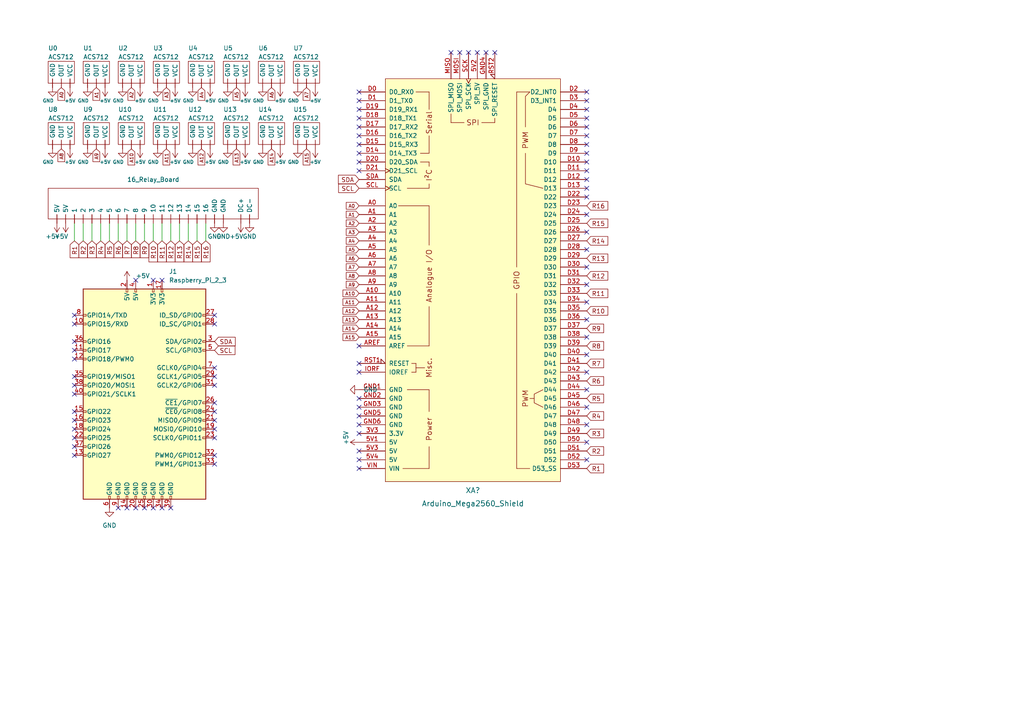
<source format=kicad_sch>
(kicad_sch (version 20211123) (generator eeschema)
  (paper "A4")
  (lib_symbols
    (symbol "Connector:Raspberry_Pi_2_3" (pin_names (offset 1.016))
      (property "Reference" "J" (at -17.78 31.75 0))
      (property "Value" "Raspberry_Pi_2_3" (at 10.16 -31.75 0))
      (symbol "Raspberry_Pi_2_3_0_1"
        (rectangle (start -17.78 30.48) (end 17.78 -30.48) (stroke (width 0.254)) (fill (type background)))
      )
      (symbol "Raspberry_Pi_2_3_1_1"
        (rectangle (start -16.891 -17.526) (end -17.78 -18.034))
        (rectangle (start -16.891 -14.986) (end -17.78 -15.494))
        (rectangle (start -16.891 -12.446) (end -17.78 -12.954))
        (rectangle (start -16.891 -9.906) (end -17.78 -10.414))
        (rectangle (start -16.891 -7.366) (end -17.78 -7.874))
        (rectangle (start -16.891 -4.826) (end -17.78 -5.334))
        (rectangle (start -16.891 0.254) (end -17.78 -0.254))
        (rectangle (start -16.891 2.794) (end -17.78 2.286))
        (rectangle (start -16.891 5.334) (end -17.78 4.826))
        (rectangle (start -16.891 10.414) (end -17.78 9.906))
        (rectangle (start -16.891 12.954) (end -17.78 12.446))
        (rectangle (start -16.891 15.494) (end -17.78 14.986))
        (rectangle (start -16.891 20.574) (end -17.78 20.066))
        (rectangle (start -16.891 23.114) (end -17.78 22.606))
        (rectangle (start -10.414 -29.591) (end -9.906 -30.48))
        (rectangle (start -7.874 -29.591) (end -7.366 -30.48))
        (rectangle (start -5.334 -29.591) (end -4.826 -30.48))
        (rectangle (start -5.334 30.48) (end -4.826 29.591))
        (rectangle (start -2.794 -29.591) (end -2.286 -30.48))
        (rectangle (start -2.794 30.48) (end -2.286 29.591))
        (rectangle (start -0.254 -29.591) (end 0.254 -30.48))
        (rectangle (start 2.286 -29.591) (end 2.794 -30.48))
        (rectangle (start 2.286 30.48) (end 2.794 29.591))
        (rectangle (start 4.826 -29.591) (end 5.334 -30.48))
        (rectangle (start 4.826 30.48) (end 5.334 29.591))
        (rectangle (start 7.366 -29.591) (end 7.874 -30.48))
        (rectangle (start 17.78 -20.066) (end 16.891 -20.574))
        (rectangle (start 17.78 -17.526) (end 16.891 -18.034))
        (rectangle (start 17.78 -12.446) (end 16.891 -12.954))
        (rectangle (start 17.78 -9.906) (end 16.891 -10.414))
        (rectangle (start 17.78 -7.366) (end 16.891 -7.874))
        (rectangle (start 17.78 -4.826) (end 16.891 -5.334))
        (rectangle (start 17.78 -2.286) (end 16.891 -2.794))
        (rectangle (start 17.78 2.794) (end 16.891 2.286))
        (rectangle (start 17.78 5.334) (end 16.891 4.826))
        (rectangle (start 17.78 7.874) (end 16.891 7.366))
        (rectangle (start 17.78 12.954) (end 16.891 12.446))
        (rectangle (start 17.78 15.494) (end 16.891 14.986))
        (rectangle (start 17.78 20.574) (end 16.891 20.066))
        (rectangle (start 17.78 23.114) (end 16.891 22.606))
        (pin power_in line (at 2.54 33.02 270) (length 2.54) (name "3V3") (number "1"))
        (pin bidirectional line (at -20.32 20.32 0) (length 2.54) (name "GPIO15/RXD") (number "10"))
        (pin bidirectional line (at -20.32 12.7 0) (length 2.54) (name "GPIO17") (number "11"))
        (pin bidirectional line (at -20.32 10.16 0) (length 2.54) (name "GPIO18/PWM0") (number "12"))
        (pin bidirectional line (at -20.32 -17.78 0) (length 2.54) (name "GPIO27") (number "13"))
        (pin power_in line (at -5.08 -33.02 90) (length 2.54) (name "GND") (number "14"))
        (pin bidirectional line (at -20.32 -5.08 0) (length 2.54) (name "GPIO22") (number "15"))
        (pin bidirectional line (at -20.32 -7.62 0) (length 2.54) (name "GPIO23") (number "16"))
        (pin power_in line (at 5.08 33.02 270) (length 2.54) (name "3V3") (number "17"))
        (pin bidirectional line (at -20.32 -10.16 0) (length 2.54) (name "GPIO24") (number "18"))
        (pin bidirectional line (at 20.32 -10.16 180) (length 2.54) (name "MOSI0/GPIO10") (number "19"))
        (pin power_in line (at -5.08 33.02 270) (length 2.54) (name "5V") (number "2"))
        (pin power_in line (at -2.54 -33.02 90) (length 2.54) (name "GND") (number "20"))
        (pin bidirectional line (at 20.32 -7.62 180) (length 2.54) (name "MISO0/GPIO9") (number "21"))
        (pin bidirectional line (at -20.32 -12.7 0) (length 2.54) (name "GPIO25") (number "22"))
        (pin bidirectional line (at 20.32 -12.7 180) (length 2.54) (name "SCLK0/GPIO11") (number "23"))
        (pin bidirectional line (at 20.32 -5.08 180) (length 2.54) (name "~{CE0}/GPIO8") (number "24"))
        (pin power_in line (at 0 -33.02 90) (length 2.54) (name "GND") (number "25"))
        (pin bidirectional line (at 20.32 -2.54 180) (length 2.54) (name "~{CE1}/GPIO7") (number "26"))
        (pin bidirectional line (at 20.32 22.86 180) (length 2.54) (name "ID_SD/GPIO0") (number "27"))
        (pin bidirectional line (at 20.32 20.32 180) (length 2.54) (name "ID_SC/GPIO1") (number "28"))
        (pin bidirectional line (at 20.32 5.08 180) (length 2.54) (name "GCLK1/GPIO5") (number "29"))
        (pin bidirectional line (at 20.32 15.24 180) (length 2.54) (name "SDA/GPIO2") (number "3"))
        (pin power_in line (at 2.54 -33.02 90) (length 2.54) (name "GND") (number "30"))
        (pin bidirectional line (at 20.32 2.54 180) (length 2.54) (name "GCLK2/GPIO6") (number "31"))
        (pin bidirectional line (at 20.32 -17.78 180) (length 2.54) (name "PWM0/GPIO12") (number "32"))
        (pin bidirectional line (at 20.32 -20.32 180) (length 2.54) (name "PWM1/GPIO13") (number "33"))
        (pin power_in line (at 5.08 -33.02 90) (length 2.54) (name "GND") (number "34"))
        (pin bidirectional line (at -20.32 5.08 0) (length 2.54) (name "GPIO19/MISO1") (number "35"))
        (pin bidirectional line (at -20.32 15.24 0) (length 2.54) (name "GPIO16") (number "36"))
        (pin bidirectional line (at -20.32 -15.24 0) (length 2.54) (name "GPIO26") (number "37"))
        (pin bidirectional line (at -20.32 2.54 0) (length 2.54) (name "GPIO20/MOSI1") (number "38"))
        (pin power_in line (at 7.62 -33.02 90) (length 2.54) (name "GND") (number "39"))
        (pin power_in line (at -2.54 33.02 270) (length 2.54) (name "5V") (number "4"))
        (pin bidirectional line (at -20.32 0 0) (length 2.54) (name "GPIO21/SCLK1") (number "40"))
        (pin bidirectional line (at 20.32 12.7 180) (length 2.54) (name "SCL/GPIO3") (number "5"))
        (pin power_in line (at -10.16 -33.02 90) (length 2.54) (name "GND") (number "6"))
        (pin bidirectional line (at 20.32 7.62 180) (length 2.54) (name "GCLK0/GPIO4") (number "7"))
        (pin bidirectional line (at -20.32 22.86 0) (length 2.54) (name "GPIO14/TXD") (number "8"))
        (pin power_in line (at -7.62 -33.02 90) (length 2.54) (name "GND") (number "9"))
      )
    )
    (symbol "Custom:16_Relay_Board"
      (property "Reference" "U" (at 0 5.08 0))
      (property "Value" "16_Relay_Board" (at -1.27 2.54 0))
      (symbol "16_Relay_Board_0_1"
        (rectangle (start -30.48 -5.08) (end 30.48 3.81))
      )
      (symbol "16_Relay_Board_1_1"
        (pin input line (at -22.86 -6.35 90) (length 2.54) (name "1") (number ""))
        (pin input line (at 0 -6.35 90) (length 2.54) (name "10") (number ""))
        (pin input line (at 2.54 -6.35 90) (length 2.54) (name "11") (number ""))
        (pin input line (at 5.08 -6.35 90) (length 2.54) (name "12") (number ""))
        (pin input line (at 7.62 -6.35 90) (length 2.54) (name "13") (number ""))
        (pin input line (at 10.16 -6.35 90) (length 2.54) (name "14") (number ""))
        (pin input line (at 12.7 -6.35 90) (length 2.54) (name "15") (number ""))
        (pin input line (at 15.24 -6.35 90) (length 2.54) (name "16") (number ""))
        (pin input line (at -20.32 -6.35 90) (length 2.54) (name "2") (number ""))
        (pin input line (at -17.78 -6.35 90) (length 2.54) (name "3") (number ""))
        (pin input line (at -15.24 -6.35 90) (length 2.54) (name "4") (number ""))
        (pin input line (at -12.7 -6.35 90) (length 2.54) (name "5") (number ""))
        (pin input line (at -27.94 -6.35 90) (length 2.54) (name "5V") (number ""))
        (pin input line (at -25.4 -6.35 90) (length 2.54) (name "5V") (number ""))
        (pin input line (at -10.16 -6.35 90) (length 2.54) (name "6") (number ""))
        (pin input line (at -7.62 -6.35 90) (length 2.54) (name "7") (number ""))
        (pin input line (at -5.08 -6.35 90) (length 2.54) (name "8") (number ""))
        (pin input line (at -2.54 -6.35 90) (length 2.54) (name "9") (number ""))
        (pin input line (at 25.4 -6.35 90) (length 2.54) (name "DC+") (number ""))
        (pin input line (at 27.94 -6.35 90) (length 2.54) (name "DC-") (number ""))
        (pin input line (at 17.78 -6.35 90) (length 2.54) (name "GND") (number ""))
        (pin input line (at 20.32 -6.35 90) (length 2.54) (name "GND") (number ""))
      )
    )
    (symbol "Custom:ACS712"
      (property "Reference" "U" (at 3.81 -3.81 0))
      (property "Value" "ACS712" (at -1.27 0 0))
      (symbol "ACS712_0_1"
        (rectangle (start -5.08 -7.62) (end 2.54 -1.27))
      )
      (symbol "ACS712_1_1"
        (pin input line (at -3.81 -8.89 90) (length 2.54) (name "GND") (number ""))
        (pin input line (at -1.27 -8.89 90) (length 2.54) (name "OUT") (number ""))
        (pin input line (at 1.27 -8.89 90) (length 2.54) (name "VCC") (number ""))
      )
    )
    (symbol "arduino:Arduino_Mega2560_Shield" (pin_names (offset 1.016))
      (property "Reference" "XA" (at 2.54 0 90))
      (property "Value" "Arduino_Mega2560_Shield" (at -2.54 0 90))
      (symbol "Arduino_Mega2560_Shield_0_0"
        (rectangle (start -25.4 -58.42) (end 25.4 58.42) (fill (type background)))
        (rectangle (start -20.32 -54.61) (end -12.7 -54.61))
        (rectangle (start -19.05 -31.75) (end -12.7 -31.75))
        (rectangle (start -19.05 -19.05) (end -12.7 -19.05))
        (rectangle (start -19.05 26.67) (end -12.7 26.67))
        (rectangle (start -17.78 -26.67) (end -16.51 -26.67))
        (rectangle (start -17.78 -24.13) (end -16.51 -24.13))
        (rectangle (start -16.51 -25.4) (end -13.97 -25.4))
        (rectangle (start -16.51 -24.13) (end -16.51 -26.67))
        (rectangle (start -16.51 54.61) (end -12.7 54.61))
        (rectangle (start -15.24 34.29) (end -12.7 34.29))
        (rectangle (start -15.24 36.83) (end -12.7 36.83))
        (rectangle (start -12.7 -54.61) (end -12.7 -48.26))
        (rectangle (start -12.7 -31.75) (end -12.7 -38.1))
        (rectangle (start -12.7 26.67) (end -12.7 27.94))
        (rectangle (start -12.7 34.29) (end -12.7 33.02))
        (rectangle (start -12.7 41.91) (end -12.7 36.83))
        (rectangle (start -12.7 49.53) (end -12.7 54.61))
        (rectangle (start -6.35 48.26) (end -6.35 45.72))
        (rectangle (start -2.54 45.72) (end -6.35 45.72))
        (polyline (pts (xy -21.59 21.59) (xy -12.7 21.59)))
        (polyline (pts (xy -12.7 -19.05) (xy -12.7 -7.62)))
        (polyline (pts (xy -12.7 10.16) (xy -12.7 21.59)))
        (polyline (pts (xy 12.7 -54.61) (xy 16.51 -54.61)))
        (polyline (pts (xy 12.7 54.61) (xy 16.51 54.61)))
        (polyline (pts (xy 17.78 -34.29) (xy 16.51 -34.29)))
        (polyline (pts (xy 15.24 36.83) (xy 15.24 27.94) (xy 20.32 26.67)))
        (polyline (pts (xy 15.24 44.45) (xy 15.24 53.34) (xy 16.51 54.61)))
        (polyline (pts (xy 20.32 -31.75) (xy 17.78 -33.02) (xy 17.78 -35.56) (xy 20.32 -36.83)))
        (rectangle (start 6.35 45.72) (end 2.54 45.72))
        (rectangle (start 6.35 46.99) (end 6.35 45.72))
        (text "Analogue I/O" (at -12.7 1.27 900) (effects (font (size 1.524 1.524))))
        (text "I²C" (at -12.7 30.48 900) (effects (font (size 1.524 1.524))))
        (text "Misc." (at -12.7 -25.4 900) (effects (font (size 1.524 1.524))))
        (text "Power" (at -12.7 -43.18 900) (effects (font (size 1.524 1.524))))
        (text "PWM" (at 15.24 -34.29 900) (effects (font (size 1.524 1.524))))
        (text "PWM" (at 15.24 40.64 900) (effects (font (size 1.524 1.524))))
        (text "Serial" (at -12.7 45.72 900) (effects (font (size 1.524 1.524))))
        (text "SPI" (at 0 45.72 0) (effects (font (size 1.524 1.524))))
      )
      (symbol "Arduino_Mega2560_Shield_1_0"
        (rectangle (start 12.7 -54.61) (end 12.7 -3.81))
        (rectangle (start 12.7 54.61) (end 12.7 3.81))
        (text "GPIO" (at 12.7 0 900) (effects (font (size 1.524 1.524))))
      )
      (symbol "Arduino_Mega2560_Shield_1_1"
        (pin power_out line (at -33.02 -44.45 0) (length 7.62) (name "3.3V") (number "3V3"))
        (pin power_in line (at -33.02 -46.99 0) (length 7.62) (name "5V") (number "5V1"))
        (pin power_in line (at 1.27 66.04 270) (length 7.62) (name "SPI_5V") (number "5V2"))
        (pin power_in line (at -33.02 -49.53 0) (length 7.62) (name "5V") (number "5V3"))
        (pin power_in line (at -33.02 -52.07 0) (length 7.62) (name "5V") (number "5V4"))
        (pin bidirectional line (at -33.02 21.59 0) (length 7.62) (name "A0") (number "A0"))
        (pin bidirectional line (at -33.02 19.05 0) (length 7.62) (name "A1") (number "A1"))
        (pin bidirectional line (at -33.02 -3.81 0) (length 7.62) (name "A10") (number "A10"))
        (pin bidirectional line (at -33.02 -6.35 0) (length 7.62) (name "A11") (number "A11"))
        (pin bidirectional line (at -33.02 -8.89 0) (length 7.62) (name "A12") (number "A12"))
        (pin bidirectional line (at -33.02 -11.43 0) (length 7.62) (name "A13") (number "A13"))
        (pin bidirectional line (at -33.02 -13.97 0) (length 7.62) (name "A14") (number "A14"))
        (pin bidirectional line (at -33.02 -16.51 0) (length 7.62) (name "A15") (number "A15"))
        (pin bidirectional line (at -33.02 16.51 0) (length 7.62) (name "A2") (number "A2"))
        (pin bidirectional line (at -33.02 13.97 0) (length 7.62) (name "A3") (number "A3"))
        (pin bidirectional line (at -33.02 11.43 0) (length 7.62) (name "A4") (number "A4"))
        (pin bidirectional line (at -33.02 8.89 0) (length 7.62) (name "A5") (number "A5"))
        (pin bidirectional line (at -33.02 6.35 0) (length 7.62) (name "A6") (number "A6"))
        (pin bidirectional line (at -33.02 3.81 0) (length 7.62) (name "A7") (number "A7"))
        (pin bidirectional line (at -33.02 1.27 0) (length 7.62) (name "A8") (number "A8"))
        (pin bidirectional line (at -33.02 -1.27 0) (length 7.62) (name "A9") (number "A9"))
        (pin input line (at -33.02 -19.05 0) (length 7.62) (name "AREF") (number "AREF"))
        (pin bidirectional line (at -33.02 54.61 0) (length 7.62) (name "D0_RX0") (number "D0"))
        (pin bidirectional line (at -33.02 52.07 0) (length 7.62) (name "D1_TX0") (number "D1"))
        (pin bidirectional line (at 33.02 34.29 180) (length 7.62) (name "D10") (number "D10"))
        (pin bidirectional line (at 33.02 31.75 180) (length 7.62) (name "D11") (number "D11"))
        (pin bidirectional line (at 33.02 29.21 180) (length 7.62) (name "D12") (number "D12"))
        (pin bidirectional line (at 33.02 26.67 180) (length 7.62) (name "D13") (number "D13"))
        (pin bidirectional line (at -33.02 36.83 0) (length 7.62) (name "D14_TX3") (number "D14"))
        (pin bidirectional line (at -33.02 39.37 0) (length 7.62) (name "D15_RX3") (number "D15"))
        (pin bidirectional line (at -33.02 41.91 0) (length 7.62) (name "D16_TX2") (number "D16"))
        (pin bidirectional line (at -33.02 44.45 0) (length 7.62) (name "D17_RX2") (number "D17"))
        (pin bidirectional line (at -33.02 46.99 0) (length 7.62) (name "D18_TX1") (number "D18"))
        (pin bidirectional line (at -33.02 49.53 0) (length 7.62) (name "D19_RX1") (number "D19"))
        (pin bidirectional line (at 33.02 54.61 180) (length 7.62) (name "D2_INT0") (number "D2"))
        (pin bidirectional line (at -33.02 34.29 0) (length 7.62) (name "D20_SDA") (number "D20"))
        (pin bidirectional clock (at -33.02 31.75 0) (length 7.62) (name "D21_SCL") (number "D21"))
        (pin bidirectional line (at 33.02 24.13 180) (length 7.62) (name "D22") (number "D22"))
        (pin bidirectional line (at 33.02 21.59 180) (length 7.62) (name "D23") (number "D23"))
        (pin bidirectional line (at 33.02 19.05 180) (length 7.62) (name "D24") (number "D24"))
        (pin bidirectional line (at 33.02 16.51 180) (length 7.62) (name "D25") (number "D25"))
        (pin bidirectional line (at 33.02 13.97 180) (length 7.62) (name "D26") (number "D26"))
        (pin bidirectional line (at 33.02 11.43 180) (length 7.62) (name "D27") (number "D27"))
        (pin bidirectional line (at 33.02 8.89 180) (length 7.62) (name "D28") (number "D28"))
        (pin bidirectional line (at 33.02 6.35 180) (length 7.62) (name "D29") (number "D29"))
        (pin bidirectional line (at 33.02 52.07 180) (length 7.62) (name "D3_INT1") (number "D3"))
        (pin bidirectional line (at 33.02 3.81 180) (length 7.62) (name "D30") (number "D30"))
        (pin bidirectional line (at 33.02 1.27 180) (length 7.62) (name "D31") (number "D31"))
        (pin bidirectional line (at 33.02 -1.27 180) (length 7.62) (name "D32") (number "D32"))
        (pin bidirectional line (at 33.02 -3.81 180) (length 7.62) (name "D33") (number "D33"))
        (pin bidirectional line (at 33.02 -6.35 180) (length 7.62) (name "D34") (number "D34"))
        (pin bidirectional line (at 33.02 -8.89 180) (length 7.62) (name "D35") (number "D35"))
        (pin bidirectional line (at 33.02 -11.43 180) (length 7.62) (name "D36") (number "D36"))
        (pin bidirectional line (at 33.02 -13.97 180) (length 7.62) (name "D37") (number "D37"))
        (pin bidirectional line (at 33.02 -16.51 180) (length 7.62) (name "D38") (number "D38"))
        (pin bidirectional line (at 33.02 -19.05 180) (length 7.62) (name "D39") (number "D39"))
        (pin bidirectional line (at 33.02 49.53 180) (length 7.62) (name "D4") (number "D4"))
        (pin bidirectional line (at 33.02 -21.59 180) (length 7.62) (name "D40") (number "D40"))
        (pin bidirectional line (at 33.02 -24.13 180) (length 7.62) (name "D41") (number "D41"))
        (pin bidirectional line (at 33.02 -26.67 180) (length 7.62) (name "D42") (number "D42"))
        (pin bidirectional line (at 33.02 -29.21 180) (length 7.62) (name "D43") (number "D43"))
        (pin bidirectional line (at 33.02 -31.75 180) (length 7.62) (name "D44") (number "D44"))
        (pin bidirectional line (at 33.02 -34.29 180) (length 7.62) (name "D45") (number "D45"))
        (pin bidirectional line (at 33.02 -36.83 180) (length 7.62) (name "D46") (number "D46"))
        (pin bidirectional line (at 33.02 -39.37 180) (length 7.62) (name "D47") (number "D47"))
        (pin bidirectional line (at 33.02 -41.91 180) (length 7.62) (name "D48") (number "D48"))
        (pin bidirectional line (at 33.02 -44.45 180) (length 7.62) (name "D49") (number "D49"))
        (pin bidirectional line (at 33.02 46.99 180) (length 7.62) (name "D5") (number "D5"))
        (pin bidirectional line (at 33.02 -46.99 180) (length 7.62) (name "D50") (number "D50"))
        (pin bidirectional line (at 33.02 -49.53 180) (length 7.62) (name "D51") (number "D51"))
        (pin bidirectional line (at 33.02 -52.07 180) (length 7.62) (name "D52") (number "D52"))
        (pin bidirectional line (at 33.02 -54.61 180) (length 7.62) (name "D53_SS") (number "D53"))
        (pin bidirectional line (at 33.02 44.45 180) (length 7.62) (name "D6") (number "D6"))
        (pin bidirectional line (at 33.02 41.91 180) (length 7.62) (name "D7") (number "D7"))
        (pin bidirectional line (at 33.02 39.37 180) (length 7.62) (name "D8") (number "D8"))
        (pin bidirectional line (at 33.02 36.83 180) (length 7.62) (name "D9") (number "D9"))
        (pin power_in line (at -33.02 -31.75 0) (length 7.62) (name "GND") (number "GND1"))
        (pin power_in line (at -33.02 -34.29 0) (length 7.62) (name "GND") (number "GND2"))
        (pin power_in line (at -33.02 -36.83 0) (length 7.62) (name "GND") (number "GND3"))
        (pin power_in line (at 3.81 66.04 270) (length 7.62) (name "SPI_GND") (number "GND4"))
        (pin power_in line (at -33.02 -39.37 0) (length 7.62) (name "GND") (number "GND5"))
        (pin power_in line (at -33.02 -41.91 0) (length 7.62) (name "GND") (number "GND6"))
        (pin output line (at -33.02 -26.67 0) (length 7.62) (name "IOREF") (number "IORF"))
        (pin input line (at -6.35 66.04 270) (length 7.62) (name "SPI_MISO") (number "MISO"))
        (pin output line (at -3.81 66.04 270) (length 7.62) (name "SPI_MOSI") (number "MOSI"))
        (pin open_collector input_low (at -33.02 -24.13 0) (length 7.62) (name "RESET") (number "RST1"))
        (pin open_collector input_low (at 6.35 66.04 270) (length 7.62) (name "SPI_RESET") (number "RST2"))
        (pin output clock (at -1.27 66.04 270) (length 7.62) (name "SPI_SCK") (number "SCK"))
        (pin bidirectional clock (at -33.02 26.67 0) (length 7.62) (name "SCL") (number "SCL"))
        (pin bidirectional line (at -33.02 29.21 0) (length 7.62) (name "SDA") (number "SDA"))
        (pin power_in line (at -33.02 -54.61 0) (length 7.62) (name "VIN") (number "VIN"))
      )
    )
    (symbol "power:+5V" (power) (pin_names (offset 0))
      (property "Value" "+5V" (at 0 3.556 0))
      (symbol "+5V_0_1"
        (polyline (pts (xy -0.762 1.27) (xy 0 2.54)))
        (polyline (pts (xy 0 0) (xy 0 2.54)))
        (polyline (pts (xy 0 2.54) (xy 0.762 1.27)))
      )
      (symbol "+5V_1_1"
        (pin power_in line (at 0 0 90) (length 0) hide (name "+5V") (number "1"))
      )
    )
    (symbol "power:GND" (power) (pin_names (offset 0))
      (property "Value" "GND" (at 0 -3.81 0))
      (symbol "GND_0_1"
        (polyline (pts (xy 0 0) (xy 0 -1.27) (xy 1.27 -1.27) (xy 0 -2.54) (xy -1.27 -1.27) (xy 0 -1.27)))
      )
      (symbol "GND_1_1"
        (pin power_in line (at 0 0 270) (length 0) hide (name "GND") (number "1"))
      )
    )
  )
  (no_connect (at 135.89 15.24))
  (no_connect (at 170.18 29.21))
  (no_connect (at 21.59 132.08))
  (no_connect (at 170.18 34.29))
  (no_connect (at 62.23 124.46))
  (no_connect (at 170.18 57.15))
  (no_connect (at 143.51 15.24))
  (no_connect (at 21.59 119.38))
  (no_connect (at 170.18 62.23))
  (no_connect (at 130.81 15.24))
  (no_connect (at 62.23 119.38))
  (no_connect (at 104.14 130.81))
  (no_connect (at 170.18 49.53))
  (no_connect (at 170.18 102.87))
  (no_connect (at 170.18 39.37))
  (no_connect (at 170.18 133.35))
  (no_connect (at 21.59 101.6))
  (no_connect (at 104.14 44.45))
  (no_connect (at 34.29 147.32))
  (no_connect (at 104.14 26.67))
  (no_connect (at 170.18 41.91))
  (no_connect (at 170.18 128.27))
  (no_connect (at 62.23 109.22))
  (no_connect (at 104.14 115.57))
  (no_connect (at 104.14 120.65))
  (no_connect (at 170.18 82.55))
  (no_connect (at 62.23 132.08))
  (no_connect (at 170.18 44.45))
  (no_connect (at 62.23 111.76))
  (no_connect (at 62.23 106.68))
  (no_connect (at 104.14 123.19))
  (no_connect (at 104.14 49.53))
  (no_connect (at 62.23 134.62))
  (no_connect (at 41.91 147.32))
  (no_connect (at 21.59 127))
  (no_connect (at 170.18 54.61))
  (no_connect (at 104.14 29.21))
  (no_connect (at 21.59 91.44))
  (no_connect (at 21.59 111.76))
  (no_connect (at 62.23 121.92))
  (no_connect (at 170.18 72.39))
  (no_connect (at 170.18 87.63))
  (no_connect (at 39.37 81.28))
  (no_connect (at 170.18 46.99))
  (no_connect (at 21.59 114.3))
  (no_connect (at 138.43 15.24))
  (no_connect (at 44.45 147.32))
  (no_connect (at 104.14 34.29))
  (no_connect (at 170.18 123.19))
  (no_connect (at 104.14 36.83))
  (no_connect (at 39.37 147.32))
  (no_connect (at 62.23 91.44))
  (no_connect (at 62.23 116.84))
  (no_connect (at 104.14 39.37))
  (no_connect (at 49.53 147.32))
  (no_connect (at 21.59 124.46))
  (no_connect (at 170.18 97.79))
  (no_connect (at 170.18 107.95))
  (no_connect (at 104.14 31.75))
  (no_connect (at 170.18 26.67))
  (no_connect (at 170.18 92.71))
  (no_connect (at 170.18 118.11))
  (no_connect (at 21.59 99.06))
  (no_connect (at 104.14 125.73))
  (no_connect (at 104.14 135.89))
  (no_connect (at 21.59 93.98))
  (no_connect (at 170.18 67.31))
  (no_connect (at 62.23 127))
  (no_connect (at 104.14 46.99))
  (no_connect (at 170.18 113.03))
  (no_connect (at 170.18 77.47))
  (no_connect (at 133.35 15.24))
  (no_connect (at 104.14 100.33))
  (no_connect (at 170.18 31.75))
  (no_connect (at 21.59 121.92))
  (no_connect (at 140.97 15.24))
  (no_connect (at 104.14 107.95))
  (no_connect (at 170.18 36.83))
  (no_connect (at 104.14 105.41))
  (no_connect (at 104.14 133.35))
  (no_connect (at 46.99 147.32))
  (no_connect (at 21.59 109.22))
  (no_connect (at 104.14 118.11))
  (no_connect (at 21.59 104.14))
  (no_connect (at 62.23 93.98))
  (no_connect (at 36.83 147.32))
  (no_connect (at 170.18 52.07))
  (no_connect (at 104.14 41.91))
  (no_connect (at 46.99 81.28))
  (no_connect (at 44.45 81.28))
  (no_connect (at 21.59 129.54))
  (wire (pts (xy 24.13 69.85) (xy 24.13 64.77)))
  (wire (pts (xy 31.75 69.85) (xy 31.75 64.77)))
  (wire (pts (xy 59.69 69.85) (xy 59.69 64.77)))
  (wire (pts (xy 54.61 69.85) (xy 54.61 64.77)))
  (wire (pts (xy 52.07 69.85) (xy 52.07 64.77)))
  (wire (pts (xy 36.83 69.85) (xy 36.83 64.77)))
  (wire (pts (xy 26.67 69.85) (xy 26.67 64.77)))
  (wire (pts (xy 46.99 69.85) (xy 46.99 64.77)))
  (wire (pts (xy 21.59 69.85) (xy 21.59 64.77)))
  (wire (pts (xy 29.21 69.85) (xy 29.21 64.77)))
  (wire (pts (xy 39.37 69.85) (xy 39.37 64.77)))
  (wire (pts (xy 57.15 69.85) (xy 57.15 64.77)))
  (wire (pts (xy 49.53 69.85) (xy 49.53 64.77)))
  (wire (pts (xy 41.91 69.85) (xy 41.91 64.77)))
  (wire (pts (xy 44.45 69.85) (xy 44.45 64.77)))
  (wire (pts (xy 34.29 69.85) (xy 34.29 64.77)))
  (global_label "R15" (shape input) (at 57.15 69.85 270) (property "Intersheet References" "${INTERSHEET_REFS}" (effects hide)))
  (global_label "A0" (shape input) (at 104.14 59.69 180) (effects (font (size 1 1))) (property "Intersheet References" "${INTERSHEET_REFS}" (effects hide)))
  (global_label "A0" (shape input) (at 17.78 25.4 270) (effects (font (size 1 1))) (property "Intersheet References" "${INTERSHEET_REFS}" (effects hide)))
  (global_label "R13" (shape input) (at 170.18 74.93 0) (property "Intersheet References" "${INTERSHEET_REFS}" (effects hide)))
  (global_label "A13" (shape input) (at 68.58 43.18 270) (effects (font (size 1 1))) (property "Intersheet References" "${INTERSHEET_REFS}" (effects hide)))
  (global_label "A7" (shape input) (at 104.14 77.47 180) (effects (font (size 1 1))) (property "Intersheet References" "${INTERSHEET_REFS}" (effects hide)))
  (global_label "A6" (shape input) (at 104.14 74.93 180) (effects (font (size 1 1))) (property "Intersheet References" "${INTERSHEET_REFS}" (effects hide)))
  (global_label "A3" (shape input) (at 104.14 67.31 180) (effects (font (size 1 1))) (property "Intersheet References" "${INTERSHEET_REFS}" (effects hide)))
  (global_label "R6" (shape input) (at 34.29 69.85 270) (property "Intersheet References" "${INTERSHEET_REFS}" (effects hide)))
  (global_label "R9" (shape input) (at 41.91 69.85 270) (property "Intersheet References" "${INTERSHEET_REFS}" (effects hide)))
  (global_label "R16" (shape input) (at 170.18 59.69 0) (property "Intersheet References" "${INTERSHEET_REFS}" (effects hide)))
  (global_label "R1" (shape input) (at 21.59 69.85 270) (property "Intersheet References" "${INTERSHEET_REFS}" (effects hide)))
  (global_label "SDA" (shape input) (at 104.14 52.07 180) (property "Intersheet References" "${INTERSHEET_REFS}" (effects hide)))
  (global_label "R9" (shape input) (at 170.18 95.25 0) (property "Intersheet References" "${INTERSHEET_REFS}" (effects hide)))
  (global_label "R11" (shape input) (at 46.99 69.85 270) (property "Intersheet References" "${INTERSHEET_REFS}" (effects hide)))
  (global_label "A10" (shape input) (at 104.14 85.09 180) (effects (font (size 1 1))) (property "Intersheet References" "${INTERSHEET_REFS}" (effects hide)))
  (global_label "A14" (shape input) (at 104.14 95.25 180) (effects (font (size 1 1))) (property "Intersheet References" "${INTERSHEET_REFS}" (effects hide)))
  (global_label "A15" (shape input) (at 104.14 97.79 180) (effects (font (size 1 1))) (property "Intersheet References" "${INTERSHEET_REFS}" (effects hide)))
  (global_label "A5" (shape input) (at 68.58 25.4 270) (effects (font (size 1 1))) (property "Intersheet References" "${INTERSHEET_REFS}" (effects hide)))
  (global_label "R6" (shape input) (at 170.18 110.49 0) (property "Intersheet References" "${INTERSHEET_REFS}" (effects hide)))
  (global_label "R14" (shape input) (at 170.18 69.85 0) (property "Intersheet References" "${INTERSHEET_REFS}" (effects hide)))
  (global_label "A8" (shape input) (at 17.78 43.18 270) (effects (font (size 1 1))) (property "Intersheet References" "${INTERSHEET_REFS}" (effects hide)))
  (global_label "A5" (shape input) (at 104.14 72.39 180) (effects (font (size 1 1))) (property "Intersheet References" "${INTERSHEET_REFS}" (effects hide)))
  (global_label "A6" (shape input) (at 78.74 25.4 270) (effects (font (size 1 1))) (property "Intersheet References" "${INTERSHEET_REFS}" (effects hide)))
  (global_label "R15" (shape input) (at 170.18 64.77 0) (property "Intersheet References" "${INTERSHEET_REFS}" (effects hide)))
  (global_label "A12" (shape input) (at 58.42 43.18 270) (effects (font (size 1 1))) (property "Intersheet References" "${INTERSHEET_REFS}" (effects hide)))
  (global_label "R8" (shape input) (at 39.37 69.85 270) (property "Intersheet References" "${INTERSHEET_REFS}" (effects hide)))
  (global_label "A10" (shape input) (at 38.1 43.18 270) (effects (font (size 1 1))) (property "Intersheet References" "${INTERSHEET_REFS}" (effects hide)))
  (global_label "A15" (shape input) (at 88.9 43.18 270) (effects (font (size 1 1))) (property "Intersheet References" "${INTERSHEET_REFS}" (effects hide)))
  (global_label "A2" (shape input) (at 38.1 25.4 270) (effects (font (size 1 1))) (property "Intersheet References" "${INTERSHEET_REFS}" (effects hide)))
  (global_label "R11" (shape input) (at 170.18 85.09 0) (property "Intersheet References" "${INTERSHEET_REFS}" (effects hide)))
  (global_label "R16" (shape input) (at 59.69 69.85 270) (property "Intersheet References" "${INTERSHEET_REFS}" (effects hide)))
  (global_label "A2" (shape input) (at 104.14 64.77 180) (effects (font (size 1 1))) (property "Intersheet References" "${INTERSHEET_REFS}" (effects hide)))
  (global_label "R12" (shape input) (at 170.18 80.01 0) (property "Intersheet References" "${INTERSHEET_REFS}" (effects hide)))
  (global_label "R8" (shape input) (at 170.18 100.33 0) (property "Intersheet References" "${INTERSHEET_REFS}" (effects hide)))
  (global_label "R10" (shape input) (at 170.18 90.17 0) (property "Intersheet References" "${INTERSHEET_REFS}" (effects hide)))
  (global_label "A8" (shape input) (at 104.14 80.01 180) (effects (font (size 1 1))) (property "Intersheet References" "${INTERSHEET_REFS}" (effects hide)))
  (global_label "A14" (shape input) (at 78.74 43.18 270) (effects (font (size 1 1))) (property "Intersheet References" "${INTERSHEET_REFS}" (effects hide)))
  (global_label "SCL" (shape input) (at 104.14 54.61 180) (property "Intersheet References" "${INTERSHEET_REFS}" (effects hide)))
  (global_label "R4" (shape input) (at 29.21 69.85 270) (property "Intersheet References" "${INTERSHEET_REFS}" (effects hide)))
  (global_label "A4" (shape input) (at 104.14 69.85 180) (effects (font (size 1 1))) (property "Intersheet References" "${INTERSHEET_REFS}" (effects hide)))
  (global_label "R5" (shape input) (at 170.18 115.57 0) (property "Intersheet References" "${INTERSHEET_REFS}" (effects hide)))
  (global_label "R13" (shape input) (at 52.07 69.85 270) (property "Intersheet References" "${INTERSHEET_REFS}" (effects hide)))
  (global_label "R3" (shape input) (at 170.18 125.73 0) (property "Intersheet References" "${INTERSHEET_REFS}" (effects hide)))
  (global_label "R12" (shape input) (at 49.53 69.85 270) (property "Intersheet References" "${INTERSHEET_REFS}" (effects hide)))
  (global_label "SCL" (shape input) (at 62.23 101.6 0) (property "Intersheet References" "${INTERSHEET_REFS}" (effects hide)))
  (global_label "R7" (shape input) (at 170.18 105.41 0) (property "Intersheet References" "${INTERSHEET_REFS}" (effects hide)))
  (global_label "A9" (shape input) (at 104.14 82.55 180) (effects (font (size 1 1))) (property "Intersheet References" "${INTERSHEET_REFS}" (effects hide)))
  (global_label "R2" (shape input) (at 170.18 130.81 0) (property "Intersheet References" "${INTERSHEET_REFS}" (effects hide)))
  (global_label "R14" (shape input) (at 54.61 69.85 270) (property "Intersheet References" "${INTERSHEET_REFS}" (effects hide)))
  (global_label "A11" (shape input) (at 104.14 87.63 180) (effects (font (size 1 1))) (property "Intersheet References" "${INTERSHEET_REFS}" (effects hide)))
  (global_label "A13" (shape input) (at 104.14 92.71 180) (effects (font (size 1 1))) (property "Intersheet References" "${INTERSHEET_REFS}" (effects hide)))
  (global_label "A9" (shape input) (at 27.94 43.18 270) (effects (font (size 1 1))) (property "Intersheet References" "${INTERSHEET_REFS}" (effects hide)))
  (global_label "R5" (shape input) (at 31.75 69.85 270) (property "Intersheet References" "${INTERSHEET_REFS}" (effects hide)))
  (global_label "A4" (shape input) (at 58.42 25.4 270) (effects (font (size 1 1))) (property "Intersheet References" "${INTERSHEET_REFS}" (effects hide)))
  (global_label "A1" (shape input) (at 104.14 62.23 180) (effects (font (size 1 1))) (property "Intersheet References" "${INTERSHEET_REFS}" (effects hide)))
  (global_label "A7" (shape input) (at 88.9 25.4 270) (effects (font (size 1 1))) (property "Intersheet References" "${INTERSHEET_REFS}" (effects hide)))
  (global_label "A1" (shape input) (at 27.94 25.4 270) (effects (font (size 1 1))) (property "Intersheet References" "${INTERSHEET_REFS}" (effects hide)))
  (global_label "SDA" (shape input) (at 62.23 99.06 0) (property "Intersheet References" "${INTERSHEET_REFS}" (effects hide)))
  (global_label "A11" (shape input) (at 48.26 43.18 270) (effects (font (size 1 1))) (property "Intersheet References" "${INTERSHEET_REFS}" (effects hide)))
  (global_label "A3" (shape input) (at 48.26 25.4 270) (effects (font (size 1 1))) (property "Intersheet References" "${INTERSHEET_REFS}" (effects hide)))
  (global_label "R4" (shape input) (at 170.18 120.65 0) (property "Intersheet References" "${INTERSHEET_REFS}" (effects hide)))
  (global_label "R10" (shape input) (at 44.45 69.85 270) (property "Intersheet References" "${INTERSHEET_REFS}" (effects hide)))
  (global_label "A12" (shape input) (at 104.14 90.17 180) (effects (font (size 1 1))) (property "Intersheet References" "${INTERSHEET_REFS}" (effects hide)))
  (global_label "R7" (shape input) (at 36.83 69.85 270) (property "Intersheet References" "${INTERSHEET_REFS}" (effects hide)))
  (global_label "R3" (shape input) (at 26.67 69.85 270) (property "Intersheet References" "${INTERSHEET_REFS}" (effects hide)))
  (global_label "R2" (shape input) (at 24.13 69.85 270) (property "Intersheet References" "${INTERSHEET_REFS}" (effects hide)))
  (global_label "R1" (shape input) (at 170.18 135.89 0) (property "Intersheet References" "${INTERSHEET_REFS}" (effects hide)))
  (symbol (lib_id "power:GND") (at 31.75 147.32 0) (unit 1)
    (property "Reference" "#PWR0123" (effects hide))
    (property "Value" "GND" (at 31.75 152.4 0))
  )
  (symbol (lib_id "power:GND") (at 45.72 25.4 0) (unit 1)
    (property "Reference" "#PWR0136" (effects hide))
    (property "Value" "GND" (at 44.45 29.21 0) (effects (font (size 1 1))))
  )
  (symbol (lib_id "Custom:ACS712") (at 19.05 16.51 0) (unit 1)
    (property "Reference" "U0" (at 13.97 13.97 0) (effects (justify left)))
    (property "Value" "ACS712" (at 13.97 16.51 0) (effects (justify left)))
    (property "Footprint" "Custom:ACS712" (effects hide))
  )
  (symbol (lib_id "Custom:ACS712") (at 59.69 16.51 0) (unit 1)
    (property "Reference" "U4" (at 54.61 13.97 0) (effects (justify left)))
    (property "Value" "ACS712" (at 54.61 16.51 0) (effects (justify left)))
    (property "Footprint" "Custom:ACS712" (effects hide))
  )
  (symbol (lib_id "power:GND") (at 35.56 25.4 0) (unit 1)
    (property "Reference" "#PWR0137" (effects hide))
    (property "Value" "GND" (at 34.29 29.21 0) (effects (font (size 1 1))))
  )
  (symbol (lib_id "Custom:16_Relay_Board") (at 44.45 58.42 0) (unit 1)
    (property "Reference" "RELAY0" (effects hide))
    (property "Value" "16_Relay_Board" (at 44.45 52.07 0))
    (property "Footprint" "Custom:16 Relay Board" (effects hide))
  )
  (symbol (lib_id "power:+5V") (at 20.32 25.4 180) (unit 1)
    (property "Reference" "#PWR0126" (effects hide))
    (property "Value" "+5V" (at 20.32 29.21 0) (effects (font (size 1 1))))
  )
  (symbol (lib_id "power:+5V") (at 60.96 43.18 180) (unit 1)
    (property "Reference" "#PWR0109" (effects hide))
    (property "Value" "+5V" (at 60.96 46.99 0) (effects (font (size 1 1))))
  )
  (symbol (lib_id "Custom:ACS712") (at 39.37 16.51 0) (unit 1)
    (property "Reference" "U2" (at 34.29 13.97 0) (effects (justify left)))
    (property "Value" "ACS712" (at 34.29 16.51 0) (effects (justify left)))
    (property "Footprint" "Custom:ACS712" (effects hide))
  )
  (symbol (lib_id "power:+5V") (at 81.28 43.18 180) (unit 1)
    (property "Reference" "#PWR0114" (effects hide))
    (property "Value" "+5V" (at 81.28 46.99 0) (effects (font (size 1 1))))
  )
  (symbol (lib_id "power:GND") (at 72.39 64.77 0) (unit 1)
    (property "Reference" "#PWR0147" (effects hide))
    (property "Value" "GND" (at 72.39 68.58 0))
  )
  (symbol (lib_id "power:GND") (at 66.04 43.18 0) (unit 1)
    (property "Reference" "#PWR0111" (effects hide))
    (property "Value" "GND" (at 64.77 46.99 0) (effects (font (size 1 1))))
  )
  (symbol (lib_id "arduino:Arduino_Mega2560_Shield") (at 137.16 81.28 0) (unit 1)
    (property "Reference" "XA?" (at 137.16 142.24 0) (effects (font (size 1.524 1.524))))
    (property "Value" "Arduino_Mega2560_Shield" (at 137.16 146.05 0) (effects (font (size 1.524 1.524))))
    (property "Footprint" "Arduino_Library:Arduino_Mega2560_Shield" (effects hide))
    (property "Datasheet" "https://docs.arduino.cc/hardware/mega-2560" (effects hide))
  )
  (symbol (lib_id "Custom:ACS712") (at 80.01 16.51 0) (unit 1)
    (property "Reference" "U6" (at 74.93 13.97 0) (effects (justify left)))
    (property "Value" "ACS712" (at 74.93 16.51 0) (effects (justify left)))
    (property "Footprint" "Custom:ACS712" (effects hide))
  )
  (symbol (lib_id "power:+5V") (at 91.44 25.4 180) (unit 1)
    (property "Reference" "#PWR0120" (effects hide))
    (property "Value" "+5V" (at 91.44 29.21 0) (effects (font (size 1 1))))
  )
  (symbol (lib_id "Custom:ACS712") (at 29.21 16.51 0) (unit 1)
    (property "Reference" "U1" (at 24.13 13.97 0) (effects (justify left)))
    (property "Value" "ACS712" (at 24.13 16.51 0) (effects (justify left)))
    (property "Footprint" "Custom:ACS712" (effects hide))
  )
  (symbol (lib_id "power:GND") (at 25.4 43.18 0) (unit 1)
    (property "Reference" "#PWR0131" (effects hide))
    (property "Value" "GND" (at 24.13 46.99 0) (effects (font (size 1 1))))
  )
  (symbol (lib_id "power:+5V") (at 20.32 43.18 180) (unit 1)
    (property "Reference" "#PWR0129" (effects hide))
    (property "Value" "+5V" (at 20.32 46.99 0) (effects (font (size 1 1))))
  )
  (symbol (lib_id "power:GND") (at 25.4 25.4 0) (unit 1)
    (property "Reference" "#PWR0128" (effects hide))
    (property "Value" "GND" (at 24.13 29.21 0) (effects (font (size 1 1))))
  )
  (symbol (lib_id "Custom:ACS712") (at 69.85 16.51 0) (unit 1)
    (property "Reference" "U5" (at 64.77 13.97 0) (effects (justify left)))
    (property "Value" "ACS712" (at 64.77 16.51 0) (effects (justify left)))
    (property "Footprint" "Custom:ACS712" (effects hide))
  )
  (symbol (lib_id "power:GND") (at 62.23 64.77 0) (unit 1)
    (property "Reference" "#PWR0146" (effects hide))
    (property "Value" "GND" (at 62.23 68.58 0))
  )
  (symbol (lib_id "Custom:ACS712") (at 49.53 16.51 0) (unit 1)
    (property "Reference" "U3" (at 44.45 13.97 0) (effects (justify left)))
    (property "Value" "ACS712" (at 44.45 16.51 0) (effects (justify left)))
    (property "Footprint" "Custom:ACS712" (effects hide))
  )
  (symbol (lib_id "power:GND") (at 55.88 43.18 0) (unit 1)
    (property "Reference" "#PWR0110" (effects hide))
    (property "Value" "GND" (at 54.61 46.99 0) (effects (font (size 1 1))))
  )
  (symbol (lib_id "power:+5V") (at 104.14 128.27 90) (unit 1)
    (property "Reference" "#PWR?" (effects hide))
    (property "Value" "+5V" (at 100.33 127 0))
  )
  (symbol (lib_id "power:+5V") (at 71.12 43.18 180) (unit 1)
    (property "Reference" "#PWR0108" (effects hide))
    (property "Value" "+5V" (at 71.12 46.99 0) (effects (font (size 1 1))))
  )
  (symbol (lib_id "power:+5V") (at 50.8 43.18 180) (unit 1)
    (property "Reference" "#PWR0112" (effects hide))
    (property "Value" "+5V" (at 50.8 46.99 0) (effects (font (size 1 1))))
  )
  (symbol (lib_id "power:+5V") (at 69.85 64.77 180) (unit 1)
    (property "Reference" "#PWR0148" (effects hide))
    (property "Value" "+5V" (at 68.58 68.58 0))
  )
  (symbol (lib_id "power:+5V") (at 30.48 25.4 180) (unit 1)
    (property "Reference" "#PWR0125" (effects hide))
    (property "Value" "+5V" (at 30.48 29.21 0) (effects (font (size 1 1))))
  )
  (symbol (lib_id "Custom:ACS712") (at 49.53 34.29 0) (unit 1)
    (property "Reference" "U11" (at 44.45 31.75 0) (effects (justify left)))
    (property "Value" "ACS712" (at 44.45 34.29 0) (effects (justify left)))
    (property "Footprint" "Custom:ACS712" (effects hide))
  )
  (symbol (lib_id "power:GND") (at 76.2 43.18 0) (unit 1)
    (property "Reference" "#PWR0115" (effects hide))
    (property "Value" "GND" (at 74.93 46.99 0) (effects (font (size 1 1))))
  )
  (symbol (lib_id "power:GND") (at 86.36 43.18 0) (unit 1)
    (property "Reference" "#PWR0116" (effects hide))
    (property "Value" "GND" (at 85.09 46.99 0) (effects (font (size 1 1))))
  )
  (symbol (lib_id "Custom:ACS712") (at 80.01 34.29 0) (unit 1)
    (property "Reference" "U14" (at 74.93 31.75 0) (effects (justify left)))
    (property "Value" "ACS712" (at 74.93 34.29 0) (effects (justify left)))
    (property "Footprint" "Custom:ACS712" (effects hide))
  )
  (symbol (lib_id "power:GND") (at 66.04 25.4 0) (unit 1)
    (property "Reference" "#PWR0107" (effects hide))
    (property "Value" "GND" (at 64.77 29.21 0) (effects (font (size 1 1))))
  )
  (symbol (lib_id "power:+5V") (at 71.12 25.4 180) (unit 1)
    (property "Reference" "#PWR0105" (effects hide))
    (property "Value" "+5V" (at 71.12 29.21 0) (effects (font (size 1 1))))
  )
  (symbol (lib_id "power:+5V") (at 36.83 81.28 0) (unit 1)
    (property "Reference" "#PWR0124" (effects hide))
    (property "Value" "+5V" (at 39.37 80.0099 0) (effects (justify left)))
  )
  (symbol (lib_id "power:GND") (at 35.56 43.18 0) (unit 1)
    (property "Reference" "#PWR0135" (effects hide))
    (property "Value" "GND" (at 34.29 46.99 0) (effects (font (size 1 1))))
  )
  (symbol (lib_id "Custom:ACS712") (at 39.37 34.29 0) (unit 1)
    (property "Reference" "U10" (at 34.29 31.75 0) (effects (justify left)))
    (property "Value" "ACS712" (at 34.29 34.29 0) (effects (justify left)))
    (property "Footprint" "Custom:ACS712" (effects hide))
  )
  (symbol (lib_id "power:GND") (at 64.77 64.77 0) (unit 1)
    (property "Reference" "#PWR0145" (effects hide))
    (property "Value" "GND" (at 64.77 68.58 0))
  )
  (symbol (lib_id "power:GND") (at 15.24 25.4 0) (unit 1)
    (property "Reference" "#PWR0127" (effects hide))
    (property "Value" "GND" (at 13.97 29.21 0) (effects (font (size 1 1))))
  )
  (symbol (lib_id "Custom:ACS712") (at 69.85 34.29 0) (unit 1)
    (property "Reference" "U13" (at 64.77 31.75 0) (effects (justify left)))
    (property "Value" "ACS712" (at 64.77 34.29 0) (effects (justify left)))
    (property "Footprint" "Custom:ACS712" (effects hide))
  )
  (symbol (lib_id "power:+5V") (at 19.05 64.77 180) (unit 1)
    (property "Reference" "#PWR0143" (effects hide))
    (property "Value" "+5V" (at 17.78 68.58 0))
  )
  (symbol (lib_id "Custom:ACS712") (at 90.17 16.51 0) (unit 1)
    (property "Reference" "U7" (at 85.09 13.97 0) (effects (justify left)))
    (property "Value" "ACS712" (at 85.09 16.51 0) (effects (justify left)))
    (property "Footprint" "Custom:ACS712" (effects hide))
  )
  (symbol (lib_id "power:GND") (at 45.72 43.18 0) (unit 1)
    (property "Reference" "#PWR0134" (effects hide))
    (property "Value" "GND" (at 44.45 46.99 0) (effects (font (size 1 1))))
  )
  (symbol (lib_id "power:+5V") (at 60.96 25.4 180) (unit 1)
    (property "Reference" "#PWR0106" (effects hide))
    (property "Value" "+5V" (at 60.96 29.21 0) (effects (font (size 1 1))))
  )
  (symbol (lib_id "power:GND") (at 76.2 25.4 0) (unit 1)
    (property "Reference" "#PWR0117" (effects hide))
    (property "Value" "GND" (at 74.93 29.21 0) (effects (font (size 1 1))))
  )
  (symbol (lib_id "Custom:ACS712") (at 90.17 34.29 0) (unit 1)
    (property "Reference" "U15" (at 85.09 31.75 0) (effects (justify left)))
    (property "Value" "ACS712" (at 85.09 34.29 0) (effects (justify left)))
    (property "Footprint" "Custom:ACS712" (effects hide))
  )
  (symbol (lib_id "power:+5V") (at 91.44 43.18 180) (unit 1)
    (property "Reference" "#PWR0113" (effects hide))
    (property "Value" "+5V" (at 91.44 46.99 0) (effects (font (size 1 1))))
  )
  (symbol (lib_id "power:+5V") (at 81.28 25.4 180) (unit 1)
    (property "Reference" "#PWR0119" (effects hide))
    (property "Value" "+5V" (at 81.28 29.21 0) (effects (font (size 1 1))))
  )
  (symbol (lib_id "power:+5V") (at 30.48 43.18 180) (unit 1)
    (property "Reference" "#PWR0130" (effects hide))
    (property "Value" "+5V" (at 30.48 46.99 0) (effects (font (size 1 1))))
  )
  (symbol (lib_id "power:GND") (at 104.14 113.03 270) (unit 1)
    (property "Reference" "#PWR?" (effects hide))
    (property "Value" "GND" (at 105.41 113.0299 90) (effects (justify left)))
  )
  (symbol (lib_id "Connector:Raspberry_Pi_2_3") (at 41.91 114.3 0) (unit 1)
    (property "Reference" "J1" (at 49.0094 78.74 0) (effects (justify left)))
    (property "Value" "Raspberry_Pi_2_3" (at 49.0094 81.28 0) (effects (justify left)))
    (property "Footprint" "Module:Raspberry_Pi_Zero_Socketed_THT_FaceDown_MountingHoles" (effects hide))
    (property "Datasheet" "https://www.raspberrypi.org/documentation/hardware/raspberrypi/schematics/rpi_SCH_3bplus_1p0_reduced.pdf" (effects hide))
  )
  (symbol (lib_id "Custom:ACS712") (at 19.05 34.29 0) (unit 1)
    (property "Reference" "U8" (at 13.97 31.75 0) (effects (justify left)))
    (property "Value" "ACS712" (at 13.97 34.29 0) (effects (justify left)))
    (property "Footprint" "Custom:ACS712" (effects hide))
  )
  (symbol (lib_id "power:GND") (at 15.24 43.18 0) (unit 1)
    (property "Reference" "#PWR0132" (effects hide))
    (property "Value" "GND" (at 13.97 46.99 0) (effects (font (size 1 1))))
  )
  (symbol (lib_id "Custom:ACS712") (at 59.69 34.29 0) (unit 1)
    (property "Reference" "U12" (at 54.61 31.75 0) (effects (justify left)))
    (property "Value" "ACS712" (at 54.61 34.29 0) (effects (justify left)))
    (property "Footprint" "Custom:ACS712" (effects hide))
  )
  (symbol (lib_id "power:+5V") (at 40.64 43.18 180) (unit 1)
    (property "Reference" "#PWR0133" (effects hide))
    (property "Value" "+5V" (at 40.64 46.99 0) (effects (font (size 1 1))))
  )
  (symbol (lib_id "Custom:ACS712") (at 29.21 34.29 0) (unit 1)
    (property "Reference" "U9" (at 24.13 31.75 0) (effects (justify left)))
    (property "Value" "ACS712" (at 24.13 34.29 0) (effects (justify left)))
    (property "Footprint" "Custom:ACS712" (effects hide))
  )
  (symbol (lib_id "power:GND") (at 55.88 25.4 0) (unit 1)
    (property "Reference" "#PWR0122" (effects hide))
    (property "Value" "GND" (at 54.61 29.21 0) (effects (font (size 1 1))))
  )
  (symbol (lib_id "power:+5V") (at 50.8 25.4 180) (unit 1)
    (property "Reference" "#PWR0121" (effects hide))
    (property "Value" "+5V" (at 50.8 29.21 0) (effects (font (size 1 1))))
  )
  (symbol (lib_id "power:+5V") (at 40.64 25.4 180) (unit 1)
    (property "Reference" "#PWR0138" (effects hide))
    (property "Value" "+5V" (at 40.64 29.21 0) (effects (font (size 1 1))))
  )
  (symbol (lib_id "power:+5V") (at 16.51 64.77 180) (unit 1)
    (property "Reference" "#PWR0144" (effects hide))
    (property "Value" "+5V" (at 15.24 68.58 0))
  )
  (symbol (lib_id "power:GND") (at 86.36 25.4 0) (unit 1)
    (property "Reference" "#PWR0118" (effects hide))
    (property "Value" "GND" (at 85.09 29.21 0) (effects (font (size 1 1))))
  )
)
</source>
